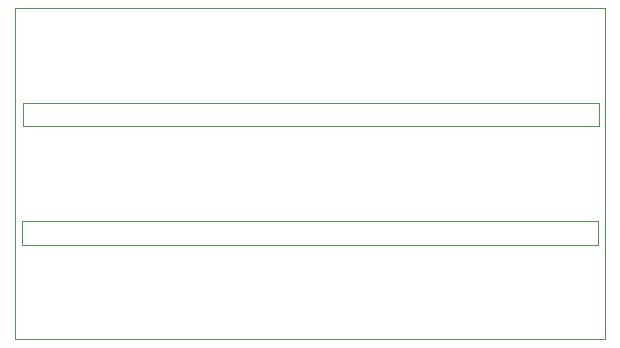
<source format=gbr>
%TF.GenerationSoftware,KiCad,Pcbnew,8.0.6*%
%TF.CreationDate,2024-11-12T19:13:31+01:00*%
%TF.ProjectId,EMG_amplifier,454d475f-616d-4706-9c69-666965722e6b,rev?*%
%TF.SameCoordinates,Original*%
%TF.FileFunction,Profile,NP*%
%FSLAX46Y46*%
G04 Gerber Fmt 4.6, Leading zero omitted, Abs format (unit mm)*
G04 Created by KiCad (PCBNEW 8.0.6) date 2024-11-12 19:13:31*
%MOMM*%
%LPD*%
G01*
G04 APERTURE LIST*
%TA.AperFunction,Profile*%
%ADD10C,0.050000*%
%TD*%
G04 APERTURE END LIST*
D10*
X12000000Y-12000000D02*
X61971400Y-12000000D01*
X61971400Y-40036600D01*
X12000000Y-40036600D01*
X12000000Y-12000000D01*
X12613200Y-30034000D02*
X61394800Y-30034000D01*
X61394800Y-32040600D01*
X12613200Y-32040600D01*
X12613200Y-30034000D01*
X12696200Y-20001000D02*
X61427800Y-20001000D01*
X61427800Y-22007600D01*
X12696200Y-22007600D01*
X12696200Y-20001000D01*
M02*

</source>
